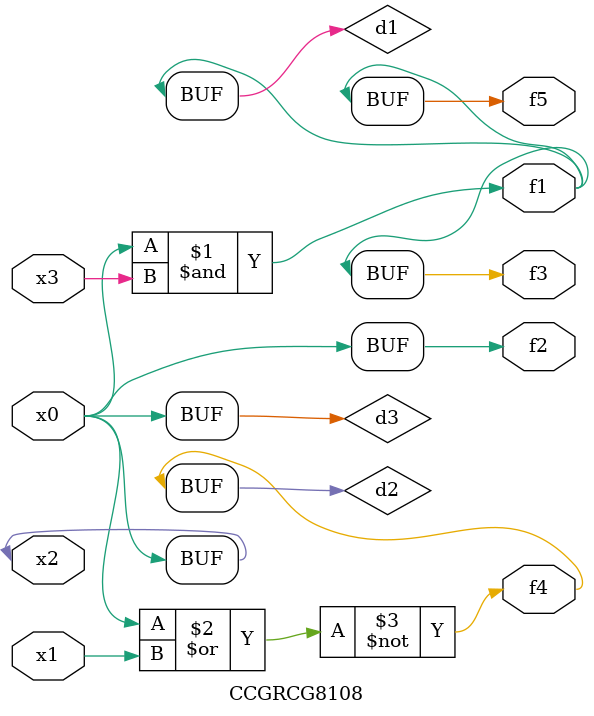
<source format=v>
module CCGRCG8108(
	input x0, x1, x2, x3,
	output f1, f2, f3, f4, f5
);

	wire d1, d2, d3;

	and (d1, x2, x3);
	nor (d2, x0, x1);
	buf (d3, x0, x2);
	assign f1 = d1;
	assign f2 = d3;
	assign f3 = d1;
	assign f4 = d2;
	assign f5 = d1;
endmodule

</source>
